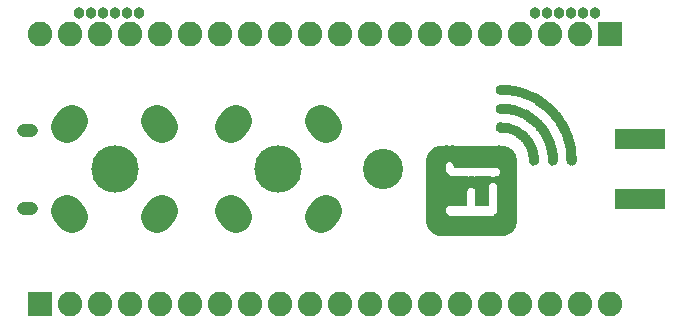
<source format=gbs>
G75*
%MOIN*%
%OFA0B0*%
%FSLAX24Y24*%
%IPPOS*%
%LPD*%
%AMOC8*
5,1,8,0,0,1.08239X$1,22.5*
%
%ADD10R,0.0010X0.2180*%
%ADD11R,0.0010X0.2260*%
%ADD12R,0.0010X0.2340*%
%ADD13R,0.0010X0.2380*%
%ADD14R,0.0010X0.2420*%
%ADD15R,0.0010X0.2460*%
%ADD16R,0.0010X0.2500*%
%ADD17R,0.0010X0.2540*%
%ADD18R,0.0010X0.2560*%
%ADD19R,0.0010X0.2600*%
%ADD20R,0.0010X0.2620*%
%ADD21R,0.0010X0.2640*%
%ADD22R,0.0010X0.2660*%
%ADD23R,0.0010X0.2680*%
%ADD24R,0.0010X0.2720*%
%ADD25R,0.0010X0.2740*%
%ADD26R,0.0010X0.2760*%
%ADD27R,0.0010X0.2780*%
%ADD28R,0.0010X0.2800*%
%ADD29R,0.0010X0.2820*%
%ADD30R,0.0010X0.2840*%
%ADD31R,0.0010X0.2860*%
%ADD32R,0.0010X0.2880*%
%ADD33R,0.0010X0.2900*%
%ADD34R,0.0010X0.2920*%
%ADD35R,0.0010X0.2940*%
%ADD36R,0.0010X0.2960*%
%ADD37R,0.0010X0.2970*%
%ADD38R,0.0010X0.2980*%
%ADD39R,0.0010X0.3000*%
%ADD40R,0.0010X0.0790*%
%ADD41R,0.0010X0.1350*%
%ADD42R,0.0010X0.0650*%
%ADD43R,0.0010X0.0770*%
%ADD44R,0.0010X0.1270*%
%ADD45R,0.0010X0.0630*%
%ADD46R,0.0010X0.0750*%
%ADD47R,0.0010X0.1220*%
%ADD48R,0.0010X0.0610*%
%ADD49R,0.0010X0.0740*%
%ADD50R,0.0010X0.1190*%
%ADD51R,0.0010X0.0600*%
%ADD52R,0.0010X0.0720*%
%ADD53R,0.0010X0.1160*%
%ADD54R,0.0010X0.0590*%
%ADD55R,0.0010X0.0710*%
%ADD56R,0.0010X0.1140*%
%ADD57R,0.0010X0.0580*%
%ADD58R,0.0010X0.1110*%
%ADD59R,0.0010X0.0570*%
%ADD60R,0.0010X0.0700*%
%ADD61R,0.0010X0.1090*%
%ADD62R,0.0010X0.0690*%
%ADD63R,0.0010X0.1080*%
%ADD64R,0.0010X0.0560*%
%ADD65R,0.0010X0.1060*%
%ADD66R,0.0010X0.1050*%
%ADD67R,0.0010X0.0680*%
%ADD68R,0.0010X0.1040*%
%ADD69R,0.0010X0.0550*%
%ADD70R,0.0010X0.1030*%
%ADD71R,0.0010X0.1020*%
%ADD72R,0.0010X0.1010*%
%ADD73R,0.0010X0.1000*%
%ADD74R,0.0010X0.0990*%
%ADD75R,0.0010X0.0980*%
%ADD76R,0.0010X0.0620*%
%ADD77R,0.0010X0.0970*%
%ADD78R,0.0010X0.0640*%
%ADD79R,0.0010X0.0730*%
%ADD80R,0.0010X0.0500*%
%ADD81R,0.0010X0.0460*%
%ADD82R,0.0010X0.0440*%
%ADD83R,0.0010X0.0430*%
%ADD84R,0.0010X0.0410*%
%ADD85R,0.0010X0.0400*%
%ADD86R,0.0010X0.0390*%
%ADD87R,0.0010X0.0380*%
%ADD88R,0.0010X0.0370*%
%ADD89R,0.0010X0.0420*%
%ADD90R,0.0010X0.0320*%
%ADD91R,0.0010X0.0290*%
%ADD92R,0.0010X0.0270*%
%ADD93R,0.0010X0.0260*%
%ADD94R,0.0010X0.0250*%
%ADD95R,0.0010X0.0240*%
%ADD96R,0.0010X0.0230*%
%ADD97R,0.0010X0.0220*%
%ADD98R,0.0010X0.0210*%
%ADD99R,0.0010X0.0200*%
%ADD100R,0.0010X0.0080*%
%ADD101R,0.0010X0.0130*%
%ADD102R,0.0010X0.0760*%
%ADD103R,0.0010X0.0170*%
%ADD104R,0.0010X0.0780*%
%ADD105R,0.0010X0.0300*%
%ADD106R,0.0010X0.0820*%
%ADD107R,0.0010X0.0340*%
%ADD108R,0.0010X0.1980*%
%ADD109R,0.0010X0.1990*%
%ADD110R,0.0010X0.2000*%
%ADD111R,0.0010X0.0280*%
%ADD112R,0.0010X0.2010*%
%ADD113R,0.0010X0.2020*%
%ADD114R,0.0010X0.2030*%
%ADD115R,0.0010X0.2050*%
%ADD116R,0.0010X0.0800*%
%ADD117R,0.0010X0.0310*%
%ADD118R,0.0010X0.2070*%
%ADD119R,0.0010X0.0830*%
%ADD120R,0.0010X0.0330*%
%ADD121R,0.0010X0.2700*%
%ADD122R,0.0010X0.0350*%
%ADD123R,0.0010X0.2580*%
%ADD124R,0.0010X0.2520*%
%ADD125R,0.0010X0.2480*%
%ADD126R,0.0010X0.2440*%
%ADD127R,0.0010X0.2400*%
%ADD128R,0.0010X0.2360*%
%ADD129R,0.0010X0.2300*%
%ADD130R,0.0010X0.0360*%
%ADD131R,0.0010X0.2220*%
%ADD132R,0.0010X0.2100*%
%ADD133R,0.0010X0.0450*%
%ADD134R,0.0010X0.0470*%
%ADD135R,0.0010X0.0490*%
%ADD136R,0.0010X0.0510*%
%ADD137R,0.0010X0.0520*%
%ADD138R,0.0010X0.0540*%
%ADD139R,0.0010X0.0670*%
%ADD140R,0.0010X0.0850*%
%ADD141R,0.0010X0.0880*%
%ADD142R,0.0010X0.0890*%
%ADD143R,0.0010X0.0870*%
%ADD144R,0.0010X0.0860*%
%ADD145R,0.0010X0.0840*%
%ADD146R,0.0010X0.0810*%
%ADD147R,0.0010X0.0480*%
%ADD148R,0.0010X0.0140*%
%ADD149R,0.0010X0.0530*%
%ADD150R,0.0010X0.0660*%
%ADD151R,0.0010X0.1070*%
%ADD152R,0.0010X0.0950*%
%ADD153R,0.0010X0.0930*%
%ADD154R,0.0010X0.0910*%
%ADD155R,0.0010X0.0960*%
%ADD156R,0.0010X0.1240*%
%ADD157R,0.0010X0.1260*%
%ADD158R,0.0010X0.1250*%
%ADD159R,0.0010X0.1230*%
%ADD160R,0.0010X0.1200*%
%ADD161R,0.0010X0.1170*%
%ADD162R,0.0010X0.1150*%
%ADD163R,0.0010X0.1130*%
%ADD164R,0.0010X0.0940*%
%ADD165R,0.0010X0.0190*%
%ADD166C,0.0380*%
%ADD167C,0.1580*%
%ADD168C,0.1080*%
%ADD169R,0.0820X0.0820*%
%ADD170C,0.0820*%
%ADD171C,0.1340*%
%ADD172C,0.0434*%
%ADD173R,0.1680X0.0680*%
D10*
X022865Y007290D03*
D11*
X022875Y007290D03*
D12*
X022885Y007290D03*
D13*
X022895Y007290D03*
D14*
X022905Y007290D03*
D15*
X022915Y007290D03*
D16*
X022925Y007290D03*
D17*
X022935Y007290D03*
X025775Y007290D03*
D18*
X022945Y007290D03*
D19*
X022955Y007290D03*
X025755Y007290D03*
D20*
X022965Y007290D03*
D21*
X022975Y007290D03*
X025745Y007290D03*
D22*
X025735Y007290D03*
X022985Y007290D03*
D23*
X022995Y007290D03*
X025725Y007290D03*
D24*
X025705Y007290D03*
X023015Y007290D03*
X023005Y007290D03*
D25*
X023025Y007290D03*
X025695Y007290D03*
D26*
X025685Y007290D03*
X023035Y007290D03*
D27*
X023045Y007290D03*
X025665Y007290D03*
X025675Y007290D03*
D28*
X025655Y007290D03*
X023055Y007290D03*
D29*
X023065Y007290D03*
X023075Y007290D03*
X025645Y007290D03*
D30*
X025635Y007290D03*
X025625Y007290D03*
X023085Y007290D03*
D31*
X023095Y007290D03*
X023105Y007290D03*
X025605Y007290D03*
X025615Y007290D03*
D32*
X025595Y007290D03*
X023125Y007290D03*
X023115Y007290D03*
D33*
X023135Y007290D03*
X023145Y007290D03*
X025565Y007290D03*
X025575Y007290D03*
X025585Y007290D03*
D34*
X025555Y007290D03*
X025545Y007290D03*
X023165Y007290D03*
X023155Y007290D03*
D35*
X023175Y007290D03*
X023185Y007290D03*
X023195Y007290D03*
X025515Y007290D03*
X025525Y007290D03*
X025535Y007290D03*
D36*
X025505Y007290D03*
X025495Y007290D03*
X025485Y007290D03*
X023225Y007290D03*
X023215Y007290D03*
X023205Y007290D03*
D37*
X023235Y007285D03*
D38*
X023245Y007290D03*
X023255Y007290D03*
X023265Y007290D03*
X023275Y007290D03*
X023285Y007290D03*
X025435Y007290D03*
X025445Y007290D03*
X025455Y007290D03*
X025465Y007290D03*
X025475Y007290D03*
D39*
X025425Y007290D03*
X025415Y007290D03*
X025405Y007290D03*
X025395Y007290D03*
X025385Y007290D03*
X025375Y007290D03*
X025365Y007290D03*
X025355Y007290D03*
X025345Y007290D03*
X025335Y007290D03*
X025325Y007290D03*
X025315Y007290D03*
X023475Y007290D03*
X023465Y007290D03*
X023455Y007290D03*
X023445Y007290D03*
X023435Y007290D03*
X023425Y007290D03*
X023415Y007290D03*
X023405Y007290D03*
X023395Y007290D03*
X023385Y007290D03*
X023375Y007290D03*
X023365Y007290D03*
X023355Y007290D03*
X023345Y007290D03*
X023335Y007290D03*
X023325Y007290D03*
X023315Y007290D03*
X023305Y007290D03*
X023295Y007290D03*
D40*
X023485Y006185D03*
X025285Y008395D03*
X026415Y008535D03*
X027465Y009245D03*
D41*
X023485Y007345D03*
D42*
X023485Y008465D03*
X026485Y008475D03*
X027795Y008495D03*
X027385Y009425D03*
X027375Y009445D03*
D43*
X027115Y008535D03*
X025265Y008405D03*
X023495Y006175D03*
D44*
X023495Y007335D03*
D45*
X023495Y008475D03*
X026245Y008845D03*
X026805Y009165D03*
X027365Y009465D03*
X027355Y009485D03*
D46*
X027445Y009295D03*
X026865Y009025D03*
X027775Y008535D03*
X025245Y008415D03*
X023505Y006165D03*
D47*
X023505Y007330D03*
X027605Y008770D03*
D48*
X027335Y009515D03*
X026235Y008865D03*
X023735Y008485D03*
X023505Y008485D03*
D49*
X025225Y008420D03*
X025235Y008420D03*
X026445Y008510D03*
X027125Y008520D03*
X025185Y006160D03*
X023515Y006160D03*
D50*
X023515Y007325D03*
X027625Y008745D03*
D51*
X026785Y009200D03*
X027325Y009540D03*
X023725Y008490D03*
X023515Y008490D03*
D52*
X023775Y008430D03*
X023785Y008430D03*
X026265Y008780D03*
X026455Y008500D03*
X026855Y009050D03*
X027425Y009340D03*
X025165Y006150D03*
X023525Y006150D03*
D53*
X023525Y007320D03*
D54*
X023525Y008495D03*
X023715Y008495D03*
X026505Y008455D03*
X027805Y008475D03*
X026775Y009215D03*
X026765Y009235D03*
X027315Y009555D03*
D55*
X026845Y009075D03*
X027135Y008505D03*
X025155Y006145D03*
X023545Y006145D03*
X023535Y006145D03*
D56*
X023535Y007320D03*
D57*
X023535Y008500D03*
X023705Y008500D03*
X026225Y008890D03*
X027305Y009570D03*
D58*
X027665Y008695D03*
X023545Y007315D03*
D59*
X023545Y008505D03*
X023555Y008505D03*
X023685Y008505D03*
X023695Y008505D03*
X026215Y008905D03*
X026755Y009255D03*
X027295Y009585D03*
X027285Y009605D03*
X027165Y008465D03*
D60*
X027785Y008520D03*
X026465Y008490D03*
X027415Y009360D03*
X023765Y008440D03*
X023555Y006140D03*
X025135Y006140D03*
X025145Y006140D03*
D61*
X023555Y007315D03*
X026925Y008765D03*
X026935Y008745D03*
X026945Y008735D03*
D62*
X027405Y009385D03*
X025125Y006135D03*
X025115Y006135D03*
X023585Y006135D03*
X023575Y006135D03*
X023565Y006135D03*
D63*
X023565Y007310D03*
X026915Y008780D03*
X026955Y008720D03*
X027675Y008680D03*
D64*
X026745Y009270D03*
X027265Y009630D03*
X027275Y009620D03*
X026515Y008440D03*
X023675Y008510D03*
X023665Y008510D03*
X023655Y008510D03*
X023585Y008510D03*
X023575Y008510D03*
X023565Y008510D03*
D65*
X023575Y007310D03*
X026905Y008810D03*
D66*
X026985Y008685D03*
X027685Y008665D03*
X023585Y007305D03*
D67*
X023595Y006130D03*
X023605Y006130D03*
X023615Y006130D03*
X023625Y006130D03*
X023635Y006130D03*
X023645Y006130D03*
X023655Y006130D03*
X023665Y006130D03*
X023675Y006130D03*
X023685Y006130D03*
X023695Y006130D03*
X023705Y006130D03*
X023715Y006130D03*
X023725Y006130D03*
X023735Y006130D03*
X023745Y006130D03*
X023755Y006130D03*
X023765Y006130D03*
X023775Y006130D03*
X023785Y006130D03*
X023795Y006130D03*
X023805Y006130D03*
X023815Y006130D03*
X023825Y006130D03*
X023835Y006130D03*
X023845Y006130D03*
X023855Y006130D03*
X023865Y006130D03*
X023875Y006130D03*
X023885Y006130D03*
X023895Y006130D03*
X023905Y006130D03*
X023915Y006130D03*
X023925Y006130D03*
X023935Y006130D03*
X023945Y006130D03*
X023955Y006130D03*
X023965Y006130D03*
X023975Y006130D03*
X023985Y006130D03*
X023995Y006130D03*
X024005Y006130D03*
X024015Y006130D03*
X024025Y006130D03*
X024035Y006130D03*
X024045Y006130D03*
X024055Y006130D03*
X024065Y006130D03*
X024075Y006130D03*
X024085Y006130D03*
X024095Y006130D03*
X024105Y006130D03*
X024115Y006130D03*
X024125Y006130D03*
X024135Y006130D03*
X024145Y006130D03*
X024155Y006130D03*
X024165Y006130D03*
X024175Y006130D03*
X024185Y006130D03*
X024195Y006130D03*
X024205Y006130D03*
X024215Y006130D03*
X024225Y006130D03*
X024235Y006130D03*
X024245Y006130D03*
X024255Y006130D03*
X024265Y006130D03*
X024275Y006130D03*
X024285Y006130D03*
X024295Y006130D03*
X024305Y006130D03*
X024315Y006130D03*
X024325Y006130D03*
X024335Y006130D03*
X024345Y006130D03*
X024355Y006130D03*
X024365Y006130D03*
X024375Y006130D03*
X024385Y006130D03*
X024395Y006130D03*
X024405Y006130D03*
X024415Y006130D03*
X024425Y006130D03*
X024435Y006130D03*
X024445Y006130D03*
X024455Y006130D03*
X024465Y006130D03*
X024475Y006130D03*
X024485Y006130D03*
X024495Y006130D03*
X024505Y006130D03*
X024515Y006130D03*
X024525Y006130D03*
X024535Y006130D03*
X024545Y006130D03*
X024555Y006130D03*
X024565Y006130D03*
X024575Y006130D03*
X024585Y006130D03*
X024595Y006130D03*
X024605Y006130D03*
X024615Y006130D03*
X024625Y006130D03*
X024635Y006130D03*
X024645Y006130D03*
X024655Y006130D03*
X024665Y006130D03*
X024675Y006130D03*
X024685Y006130D03*
X024695Y006130D03*
X024705Y006130D03*
X024715Y006130D03*
X024725Y006130D03*
X024735Y006130D03*
X024745Y006130D03*
X024755Y006130D03*
X024765Y006130D03*
X024775Y006130D03*
X024785Y006130D03*
X024795Y006130D03*
X024805Y006130D03*
X024815Y006130D03*
X024825Y006130D03*
X024835Y006130D03*
X024845Y006130D03*
X024855Y006130D03*
X024865Y006130D03*
X024875Y006130D03*
X024885Y006130D03*
X024895Y006130D03*
X024905Y006130D03*
X024915Y006130D03*
X024925Y006130D03*
X024935Y006130D03*
X024945Y006130D03*
X024955Y006130D03*
X024965Y006130D03*
X024975Y006130D03*
X024985Y006130D03*
X024995Y006130D03*
X025005Y006130D03*
X025015Y006130D03*
X025025Y006130D03*
X025035Y006130D03*
X025045Y006130D03*
X025055Y006130D03*
X025065Y006130D03*
X025075Y006130D03*
X025085Y006130D03*
X025095Y006130D03*
X025105Y006130D03*
X026475Y008480D03*
X026835Y009100D03*
D68*
X026995Y008670D03*
X023595Y007300D03*
D69*
X023595Y008515D03*
X023605Y008515D03*
X023615Y008515D03*
X023625Y008515D03*
X023635Y008515D03*
X023645Y008515D03*
X026205Y008925D03*
X026735Y009285D03*
X027255Y009645D03*
D70*
X027525Y009015D03*
X027695Y008655D03*
X023605Y007305D03*
D71*
X023615Y007300D03*
X027005Y008660D03*
D72*
X027015Y008645D03*
X023635Y007295D03*
X023625Y007295D03*
D73*
X023645Y007290D03*
X023655Y007290D03*
X023665Y007290D03*
X027705Y008640D03*
D74*
X027025Y008635D03*
X023695Y007285D03*
X023685Y007285D03*
X023675Y007285D03*
D75*
X023705Y007280D03*
X023715Y007280D03*
X023725Y007280D03*
X023735Y007280D03*
X023745Y007280D03*
D76*
X023745Y008480D03*
X026495Y008460D03*
X027155Y008480D03*
X026795Y009180D03*
X027345Y009500D03*
D77*
X027035Y008625D03*
X027715Y008625D03*
X024915Y007275D03*
X024905Y007275D03*
X024895Y007275D03*
X024885Y007275D03*
X024875Y007275D03*
X024865Y007275D03*
X024855Y007275D03*
X024845Y007275D03*
X024835Y007275D03*
X024825Y007275D03*
X024815Y007275D03*
X024805Y007275D03*
X024795Y007275D03*
X024785Y007275D03*
X024775Y007275D03*
X024765Y007275D03*
X024755Y007275D03*
X024745Y007275D03*
X024735Y007275D03*
X024725Y007275D03*
X024715Y007275D03*
X024705Y007275D03*
X024695Y007275D03*
X024685Y007275D03*
X024675Y007275D03*
X024665Y007275D03*
X024655Y007275D03*
X024645Y007275D03*
X024635Y007275D03*
X024625Y007275D03*
X024615Y007275D03*
X024605Y007275D03*
X024595Y007275D03*
X024585Y007275D03*
X024575Y007275D03*
X024565Y007275D03*
X024555Y007275D03*
X024545Y007275D03*
X024535Y007275D03*
X024525Y007275D03*
X024515Y007275D03*
X024505Y007275D03*
X024495Y007275D03*
X024195Y007275D03*
X024185Y007275D03*
X024175Y007275D03*
X024165Y007275D03*
X024155Y007275D03*
X024145Y007275D03*
X024135Y007275D03*
X024125Y007275D03*
X024115Y007275D03*
X024105Y007275D03*
X024095Y007275D03*
X024085Y007275D03*
X024075Y007275D03*
X024065Y007275D03*
X024055Y007275D03*
X024045Y007275D03*
X024035Y007275D03*
X024025Y007275D03*
X024015Y007275D03*
X024005Y007275D03*
X023995Y007275D03*
X023985Y007275D03*
X023975Y007275D03*
X023965Y007275D03*
X023955Y007275D03*
X023945Y007275D03*
X023935Y007275D03*
X023925Y007275D03*
X023915Y007275D03*
X023905Y007275D03*
X023895Y007275D03*
X023885Y007275D03*
X023875Y007275D03*
X023865Y007275D03*
X023855Y007275D03*
X023845Y007275D03*
X023835Y007275D03*
X023825Y007275D03*
X023815Y007275D03*
X023805Y007275D03*
X023795Y007275D03*
X023785Y007275D03*
X023775Y007275D03*
X023765Y007275D03*
X023755Y007275D03*
D78*
X023755Y008470D03*
X026815Y009140D03*
D79*
X027435Y009315D03*
X025215Y008425D03*
X025205Y008425D03*
X025195Y008425D03*
X025185Y008425D03*
X025175Y008425D03*
X025165Y008425D03*
X025155Y008425D03*
X025145Y008425D03*
X025135Y008425D03*
X025125Y008425D03*
X025115Y008425D03*
X025105Y008425D03*
X025095Y008425D03*
X025085Y008425D03*
X025075Y008425D03*
X025065Y008425D03*
X025055Y008425D03*
X025045Y008425D03*
X025035Y008425D03*
X025025Y008425D03*
X025015Y008425D03*
X025005Y008425D03*
X024995Y008425D03*
X024985Y008425D03*
X024975Y008425D03*
X024965Y008425D03*
X024955Y008425D03*
X024945Y008425D03*
X024935Y008425D03*
X024925Y008425D03*
X024915Y008425D03*
X024905Y008425D03*
X024895Y008425D03*
X024885Y008425D03*
X024875Y008425D03*
X024865Y008425D03*
X024855Y008425D03*
X024845Y008425D03*
X024835Y008425D03*
X024825Y008425D03*
X024815Y008425D03*
X024805Y008425D03*
X024795Y008425D03*
X024785Y008425D03*
X024775Y008425D03*
X024765Y008425D03*
X024755Y008425D03*
X024745Y008425D03*
X024735Y008425D03*
X024725Y008425D03*
X024715Y008425D03*
X024705Y008425D03*
X024695Y008425D03*
X024685Y008425D03*
X024675Y008425D03*
X024665Y008425D03*
X024655Y008425D03*
X024645Y008425D03*
X024635Y008425D03*
X024625Y008425D03*
X024615Y008425D03*
X024605Y008425D03*
X024595Y008425D03*
X024585Y008425D03*
X024575Y008425D03*
X024565Y008425D03*
X024555Y008425D03*
X024545Y008425D03*
X024535Y008425D03*
X024525Y008425D03*
X024515Y008425D03*
X024505Y008425D03*
X024495Y008425D03*
X024485Y008425D03*
X024475Y008425D03*
X024465Y008425D03*
X024455Y008425D03*
X024445Y008425D03*
X024435Y008425D03*
X024425Y008425D03*
X024415Y008425D03*
X024405Y008425D03*
X024395Y008425D03*
X024385Y008425D03*
X024375Y008425D03*
X024365Y008425D03*
X024355Y008425D03*
X024345Y008425D03*
X024335Y008425D03*
X024325Y008425D03*
X024315Y008425D03*
X024305Y008425D03*
X024295Y008425D03*
X024285Y008425D03*
X024275Y008425D03*
X024265Y008425D03*
X024255Y008425D03*
X024245Y008425D03*
X024235Y008425D03*
X024225Y008425D03*
X024215Y008425D03*
X024205Y008425D03*
X024195Y008425D03*
X024185Y008425D03*
X024175Y008425D03*
X024165Y008425D03*
X024155Y008425D03*
X024145Y008425D03*
X024135Y008425D03*
X024125Y008425D03*
X024115Y008425D03*
X024105Y008425D03*
X024095Y008425D03*
X024085Y008425D03*
X024075Y008425D03*
X024065Y008425D03*
X024055Y008425D03*
X024045Y008425D03*
X024035Y008425D03*
X024025Y008425D03*
X024015Y008425D03*
X024005Y008425D03*
X023995Y008425D03*
X023985Y008425D03*
X023975Y008425D03*
X023965Y008425D03*
X023955Y008425D03*
X023945Y008425D03*
X023935Y008425D03*
X023925Y008425D03*
X023915Y008425D03*
X023905Y008425D03*
X023895Y008425D03*
X023885Y008425D03*
X023875Y008425D03*
X023865Y008425D03*
X023855Y008425D03*
X023845Y008425D03*
X023835Y008425D03*
X023825Y008425D03*
X023815Y008425D03*
X023805Y008425D03*
X023795Y008425D03*
X025175Y006155D03*
D80*
X024205Y007510D03*
X026155Y009000D03*
X026165Y008990D03*
X026665Y009380D03*
X027155Y009780D03*
X027165Y009770D03*
D81*
X027065Y009890D03*
X027055Y009900D03*
X027045Y009910D03*
X027035Y009920D03*
X026585Y009480D03*
X026575Y009490D03*
X026565Y009500D03*
X026115Y009050D03*
X026105Y009060D03*
X027185Y008430D03*
X024485Y007530D03*
X024215Y007530D03*
D82*
X024225Y007540D03*
X024475Y007540D03*
X026545Y008410D03*
X026085Y009080D03*
X026535Y009530D03*
X026545Y009520D03*
X026525Y009540D03*
X026515Y009550D03*
X026505Y009560D03*
X027825Y008430D03*
D83*
X026075Y009095D03*
X026065Y009105D03*
X026055Y009115D03*
X026495Y009565D03*
X026945Y010015D03*
X026955Y010005D03*
X026965Y009995D03*
X026935Y010025D03*
X026925Y010035D03*
X026915Y010045D03*
X024465Y007545D03*
X024235Y007545D03*
D84*
X024245Y007555D03*
X024445Y007555D03*
X026015Y009145D03*
X026455Y009605D03*
X026445Y009615D03*
X026435Y009625D03*
X026425Y009635D03*
X026865Y010085D03*
X026855Y010095D03*
X026845Y010105D03*
X026835Y010115D03*
X026805Y010135D03*
X026795Y010145D03*
D85*
X026785Y010150D03*
X026775Y010160D03*
X026765Y010170D03*
X026725Y010200D03*
X026815Y010130D03*
X026825Y010120D03*
X026395Y009660D03*
X026385Y009660D03*
X026375Y009670D03*
X026365Y009680D03*
X026405Y009650D03*
X026415Y009640D03*
X025995Y009170D03*
X026005Y009160D03*
X025975Y009180D03*
X024435Y007560D03*
X024265Y007560D03*
X024255Y007560D03*
D86*
X024275Y007565D03*
X024415Y007565D03*
X024425Y007565D03*
X026555Y008395D03*
X027195Y008405D03*
X025985Y009175D03*
X025965Y009185D03*
X025955Y009195D03*
X026315Y009715D03*
X026335Y009705D03*
X026345Y009695D03*
X026355Y009685D03*
X026715Y010205D03*
X026705Y010215D03*
X026735Y010195D03*
X026745Y010185D03*
X026755Y010175D03*
X026675Y010235D03*
D87*
X026685Y010230D03*
X026695Y010220D03*
X026665Y010240D03*
X026655Y010250D03*
X026645Y010260D03*
X026635Y010260D03*
X026625Y010270D03*
X026605Y010280D03*
X026595Y010290D03*
X026285Y009740D03*
X026295Y009730D03*
X026305Y009720D03*
X026325Y009710D03*
X026265Y009750D03*
X026235Y009770D03*
X025925Y009220D03*
X025935Y009210D03*
X025945Y009200D03*
X025905Y009230D03*
X024405Y007570D03*
X024395Y007570D03*
X024305Y007570D03*
X024295Y007570D03*
X024285Y007570D03*
D88*
X024315Y007575D03*
X024325Y007575D03*
X024335Y007575D03*
X024345Y007575D03*
X024355Y007575D03*
X024365Y007575D03*
X024375Y007575D03*
X024385Y007575D03*
X025865Y009255D03*
X025885Y009245D03*
X025895Y009235D03*
X025915Y009225D03*
X026255Y009755D03*
X026245Y009765D03*
X026225Y009775D03*
X026215Y009785D03*
X026205Y009785D03*
X026195Y009795D03*
X026175Y009805D03*
X026275Y009745D03*
X026615Y010275D03*
X026585Y010295D03*
X026575Y010305D03*
X026565Y010305D03*
X026555Y010315D03*
X026535Y010325D03*
X026525Y010335D03*
X026505Y010345D03*
X026485Y010355D03*
D89*
X026875Y010080D03*
X026885Y010070D03*
X026895Y010060D03*
X026905Y010050D03*
X026465Y009600D03*
X026475Y009590D03*
X026485Y009580D03*
X026035Y009130D03*
X026045Y009120D03*
X026025Y009140D03*
X024455Y007550D03*
D90*
X024925Y007600D03*
X025615Y009360D03*
X025585Y009370D03*
X025575Y009370D03*
X025565Y009370D03*
X025545Y009380D03*
X025535Y009380D03*
X025525Y009380D03*
X025515Y009380D03*
X025505Y009380D03*
X025485Y009390D03*
X025475Y009390D03*
X025465Y009390D03*
X025455Y009390D03*
X025445Y009390D03*
X025435Y009390D03*
X025355Y009400D03*
X025345Y009400D03*
X025335Y009400D03*
X025325Y009400D03*
X025325Y010030D03*
X025335Y010030D03*
X025345Y010030D03*
X025355Y010030D03*
X025365Y010030D03*
X025375Y010030D03*
X025385Y010030D03*
X025315Y010030D03*
X025465Y010020D03*
X025475Y010020D03*
X025485Y010020D03*
X025495Y010020D03*
X025505Y010020D03*
X025515Y010020D03*
X025525Y010020D03*
X025555Y010010D03*
X025565Y010010D03*
X025575Y010010D03*
X025585Y010010D03*
X025595Y010010D03*
X025605Y010010D03*
X025615Y010000D03*
X025625Y010000D03*
X025635Y010000D03*
X025645Y010000D03*
X025655Y010000D03*
X025675Y009990D03*
X025685Y009990D03*
X025695Y009990D03*
X025705Y009990D03*
X025725Y009980D03*
X025735Y009980D03*
X025745Y009980D03*
X025775Y009970D03*
X025885Y010590D03*
X025895Y010590D03*
X025905Y010590D03*
X025935Y010580D03*
X026005Y010560D03*
X025865Y010600D03*
X025855Y010600D03*
X025845Y010600D03*
X025825Y010610D03*
X025815Y010610D03*
X025805Y010610D03*
X025795Y010610D03*
X025775Y010620D03*
X025765Y010620D03*
X025755Y010620D03*
X025745Y010620D03*
X025735Y010620D03*
X025725Y010630D03*
X025715Y010630D03*
X025705Y010630D03*
X025695Y010630D03*
X025685Y010630D03*
X025675Y010630D03*
X025655Y010640D03*
X025645Y010640D03*
X025635Y010640D03*
X025625Y010640D03*
X025615Y010640D03*
X025605Y010640D03*
X025565Y010650D03*
X025555Y010650D03*
X025545Y010650D03*
X025535Y010650D03*
X025525Y010650D03*
X025515Y010650D03*
X025505Y010650D03*
X025495Y010650D03*
X025405Y010660D03*
X025395Y010660D03*
X025385Y010660D03*
X025375Y010660D03*
X025365Y010660D03*
X025355Y010660D03*
X025345Y010660D03*
X025335Y010660D03*
X025325Y010660D03*
X025315Y010660D03*
D91*
X025265Y010655D03*
X025265Y010025D03*
X025265Y009395D03*
X024935Y007615D03*
D92*
X024945Y007625D03*
X025195Y007625D03*
X025245Y009395D03*
X025245Y010025D03*
X025245Y010655D03*
D93*
X025235Y010660D03*
X025235Y010030D03*
X025235Y009400D03*
X025185Y007630D03*
X024955Y007630D03*
D94*
X024965Y007635D03*
X025175Y007635D03*
X026575Y008355D03*
D95*
X025165Y007640D03*
X024975Y007640D03*
X025225Y009400D03*
X025225Y010030D03*
X025225Y010660D03*
D96*
X025155Y007645D03*
X025145Y007645D03*
X024985Y007645D03*
D97*
X024995Y007650D03*
X025005Y007650D03*
X025125Y007650D03*
X025135Y007650D03*
X025215Y009400D03*
X025215Y010030D03*
X025215Y010660D03*
D98*
X025115Y007655D03*
X025105Y007655D03*
X025095Y007655D03*
X025085Y007655D03*
X025055Y007655D03*
X025045Y007655D03*
X025035Y007655D03*
X025025Y007655D03*
X025015Y007655D03*
D99*
X025065Y007660D03*
X025075Y007660D03*
X025205Y009400D03*
X025205Y010030D03*
X025205Y010660D03*
D100*
X025175Y010660D03*
X025175Y010030D03*
X025175Y009400D03*
D101*
X025185Y009395D03*
X025185Y010025D03*
X025185Y010655D03*
D102*
X027455Y009270D03*
X026435Y008520D03*
X025255Y008410D03*
X025195Y006170D03*
D103*
X027215Y008345D03*
X025195Y009395D03*
X025195Y010025D03*
X025195Y010655D03*
D104*
X026875Y008990D03*
X026425Y008530D03*
X025275Y008400D03*
X025205Y006180D03*
D105*
X025205Y007620D03*
X027205Y008380D03*
X025285Y009400D03*
X025275Y009400D03*
X025275Y010030D03*
X025285Y010030D03*
X025285Y010660D03*
X025275Y010660D03*
D106*
X025215Y006200D03*
D107*
X025215Y007600D03*
X027835Y008400D03*
X025775Y009300D03*
X025755Y009310D03*
X025735Y009320D03*
X025725Y009320D03*
X025715Y009330D03*
X025705Y009330D03*
X025675Y009340D03*
X025925Y009920D03*
X025935Y009920D03*
X025955Y009910D03*
X025965Y009910D03*
X025975Y009900D03*
X025985Y009900D03*
X026005Y009890D03*
X026025Y009880D03*
X025905Y009930D03*
X025875Y009940D03*
X026095Y010530D03*
X026125Y010520D03*
X026155Y010510D03*
X026175Y010500D03*
X026185Y010500D03*
X026195Y010490D03*
X026205Y010490D03*
X026215Y010490D03*
X026225Y010480D03*
X026235Y010480D03*
X026245Y010470D03*
X026255Y010470D03*
X026275Y010460D03*
X026295Y010450D03*
D108*
X025225Y006780D03*
D109*
X025235Y006785D03*
X025245Y006785D03*
D110*
X025255Y006790D03*
D111*
X025255Y009400D03*
X025255Y010030D03*
X025255Y010660D03*
D112*
X025265Y006795D03*
D113*
X025275Y006800D03*
D114*
X025285Y006805D03*
D115*
X025295Y006815D03*
D116*
X025295Y008390D03*
X027105Y008540D03*
X027765Y008550D03*
D117*
X025495Y009385D03*
X025425Y009395D03*
X025415Y009395D03*
X025405Y009395D03*
X025395Y009395D03*
X025385Y009395D03*
X025375Y009395D03*
X025365Y009395D03*
X025315Y009395D03*
X025305Y009395D03*
X025295Y009395D03*
X025295Y010025D03*
X025305Y010025D03*
X025395Y010025D03*
X025405Y010025D03*
X025415Y010025D03*
X025425Y010025D03*
X025435Y010025D03*
X025445Y010025D03*
X025455Y010025D03*
X025535Y010015D03*
X025545Y010015D03*
X025575Y010645D03*
X025585Y010645D03*
X025595Y010645D03*
X025665Y010635D03*
X025485Y010655D03*
X025475Y010655D03*
X025465Y010655D03*
X025455Y010655D03*
X025445Y010655D03*
X025435Y010655D03*
X025425Y010655D03*
X025415Y010655D03*
X025305Y010655D03*
X025295Y010655D03*
D118*
X025305Y006825D03*
D119*
X025305Y008375D03*
X026395Y008555D03*
X026885Y008955D03*
X027095Y008555D03*
X027755Y008565D03*
D120*
X026565Y008375D03*
X025695Y009335D03*
X025685Y009335D03*
X025665Y009345D03*
X025655Y009345D03*
X025645Y009355D03*
X025635Y009355D03*
X025625Y009355D03*
X025605Y009365D03*
X025595Y009365D03*
X025555Y009375D03*
X025665Y009995D03*
X025715Y009985D03*
X025755Y009975D03*
X025765Y009975D03*
X025785Y009965D03*
X025795Y009965D03*
X025805Y009965D03*
X025815Y009955D03*
X025825Y009955D03*
X025835Y009955D03*
X025845Y009945D03*
X025855Y009945D03*
X025865Y009945D03*
X025885Y009935D03*
X025895Y009935D03*
X025915Y009925D03*
X025945Y009915D03*
X026135Y010515D03*
X026145Y010515D03*
X026165Y010505D03*
X026115Y010525D03*
X026105Y010525D03*
X026085Y010535D03*
X026075Y010535D03*
X026065Y010545D03*
X026055Y010545D03*
X026045Y010545D03*
X026035Y010555D03*
X026025Y010555D03*
X026015Y010555D03*
X025995Y010565D03*
X025985Y010565D03*
X025975Y010565D03*
X025965Y010575D03*
X025955Y010575D03*
X025945Y010575D03*
X025925Y010585D03*
X025915Y010585D03*
X025875Y010595D03*
X025835Y010605D03*
X025785Y010615D03*
D121*
X025715Y007290D03*
D122*
X025825Y009275D03*
X025815Y009285D03*
X025805Y009285D03*
X025795Y009295D03*
X025785Y009295D03*
X025765Y009305D03*
X025745Y009315D03*
X026075Y009855D03*
X026085Y009855D03*
X026095Y009845D03*
X026105Y009845D03*
X026125Y009835D03*
X026065Y009865D03*
X026055Y009865D03*
X026045Y009875D03*
X026035Y009875D03*
X026015Y009885D03*
X025995Y009895D03*
X026285Y010455D03*
X026305Y010445D03*
X026315Y010445D03*
X026325Y010435D03*
X026335Y010435D03*
X026345Y010425D03*
X026355Y010425D03*
X026365Y010415D03*
X026375Y010415D03*
X026395Y010405D03*
X026415Y010395D03*
X026265Y010465D03*
D123*
X025765Y007290D03*
D124*
X025785Y007290D03*
D125*
X025795Y007290D03*
D126*
X025805Y007290D03*
D127*
X025815Y007290D03*
D128*
X025825Y007290D03*
D129*
X025835Y007290D03*
D130*
X025875Y009250D03*
X025855Y009260D03*
X025845Y009270D03*
X025835Y009270D03*
X026145Y009820D03*
X026155Y009820D03*
X026165Y009810D03*
X026185Y009800D03*
X026135Y009830D03*
X026115Y009840D03*
X026495Y010350D03*
X026515Y010340D03*
X026545Y010320D03*
X026475Y010360D03*
X026465Y010370D03*
X026455Y010370D03*
X026445Y010380D03*
X026435Y010380D03*
X026425Y010390D03*
X026405Y010400D03*
X026385Y010410D03*
D131*
X025845Y007290D03*
D132*
X025855Y007290D03*
D133*
X026095Y009075D03*
X026555Y009505D03*
X027005Y009955D03*
X027015Y009945D03*
X027025Y009935D03*
X026995Y009965D03*
X026985Y009975D03*
X026975Y009985D03*
D134*
X027075Y009875D03*
X027085Y009865D03*
X027095Y009855D03*
X026615Y009445D03*
X026605Y009455D03*
X026595Y009465D03*
X026135Y009025D03*
X026125Y009035D03*
D135*
X026145Y009015D03*
X026645Y009405D03*
X026655Y009395D03*
X027135Y009805D03*
X027145Y009795D03*
D136*
X027175Y009755D03*
X027185Y009745D03*
X026685Y009355D03*
X026675Y009365D03*
X026175Y008975D03*
D137*
X026185Y008960D03*
X026695Y009340D03*
X027195Y009730D03*
X027205Y009720D03*
X027815Y008460D03*
X026525Y008430D03*
D138*
X026195Y008940D03*
X026715Y009310D03*
X026725Y009300D03*
X027245Y009660D03*
X027235Y009680D03*
X027225Y009690D03*
D139*
X027395Y009405D03*
X026255Y008815D03*
D140*
X026275Y008705D03*
X026375Y008575D03*
D141*
X026345Y008600D03*
X026335Y008610D03*
X026295Y008660D03*
X026285Y008680D03*
X026895Y008910D03*
X027495Y009150D03*
X027075Y008580D03*
D142*
X026325Y008625D03*
X026315Y008635D03*
X026305Y008645D03*
D143*
X026355Y008595D03*
X027745Y008585D03*
D144*
X027085Y008570D03*
X026365Y008580D03*
D145*
X026385Y008560D03*
X027485Y009180D03*
D146*
X027475Y009215D03*
X026405Y008545D03*
D147*
X026535Y008420D03*
X026635Y009420D03*
X026625Y009430D03*
X027105Y009840D03*
X027115Y009830D03*
X027125Y009820D03*
D148*
X026585Y008330D03*
D149*
X027175Y008445D03*
X026705Y009325D03*
X027215Y009705D03*
D150*
X026825Y009120D03*
X027145Y008490D03*
D151*
X026975Y008695D03*
X026965Y008705D03*
D152*
X027045Y008615D03*
D153*
X027055Y008605D03*
D154*
X027065Y008595D03*
X027735Y008595D03*
X027505Y009115D03*
D155*
X027515Y009070D03*
D156*
X027535Y008900D03*
X027585Y008800D03*
D157*
X027565Y008830D03*
X027555Y008850D03*
X027545Y008870D03*
D158*
X027575Y008815D03*
D159*
X027595Y008785D03*
D160*
X027615Y008760D03*
D161*
X027635Y008735D03*
D162*
X027645Y008715D03*
D163*
X027655Y008705D03*
D164*
X027725Y008610D03*
D165*
X027845Y008355D03*
D166*
X028045Y013215D03*
X028445Y013215D03*
X027645Y013215D03*
X027245Y013215D03*
X026845Y013215D03*
X026445Y013215D03*
X013245Y013215D03*
X012845Y013215D03*
X012445Y013215D03*
X012045Y013215D03*
X011645Y013215D03*
X011245Y013215D03*
D167*
X012445Y008015D03*
X017895Y008015D03*
D168*
X019483Y006603D02*
X019307Y006427D01*
X016483Y006427D02*
X016307Y006603D01*
X014033Y006603D02*
X013857Y006427D01*
X011033Y006427D02*
X010857Y006603D01*
X010857Y009427D02*
X011033Y009603D01*
X013857Y009603D02*
X014033Y009427D01*
X016307Y009427D02*
X016483Y009603D01*
X019307Y009603D02*
X019483Y009427D01*
D169*
X009945Y003515D03*
X028945Y012515D03*
D170*
X027945Y012515D03*
X026945Y012515D03*
X025945Y012515D03*
X024945Y012515D03*
X023945Y012515D03*
X022945Y012515D03*
X021945Y012515D03*
X020945Y012515D03*
X019945Y012515D03*
X018945Y012515D03*
X017945Y012515D03*
X016945Y012515D03*
X015945Y012515D03*
X014945Y012515D03*
X013945Y012515D03*
X012945Y012515D03*
X011945Y012515D03*
X010945Y012515D03*
X009945Y012515D03*
X010945Y003515D03*
X011945Y003515D03*
X012945Y003515D03*
X013945Y003515D03*
X014945Y003515D03*
X015945Y003515D03*
X016945Y003515D03*
X017945Y003515D03*
X018945Y003515D03*
X019945Y003515D03*
X020945Y003515D03*
X021945Y003515D03*
X022945Y003515D03*
X023945Y003515D03*
X024945Y003515D03*
X025945Y003515D03*
X026945Y003515D03*
X027945Y003515D03*
X028945Y003515D03*
D171*
X021395Y008015D03*
D172*
X009658Y006716D02*
X009382Y006716D01*
X009378Y009314D02*
X009654Y009314D01*
D173*
X029945Y009015D03*
X029945Y007015D03*
M02*

</source>
